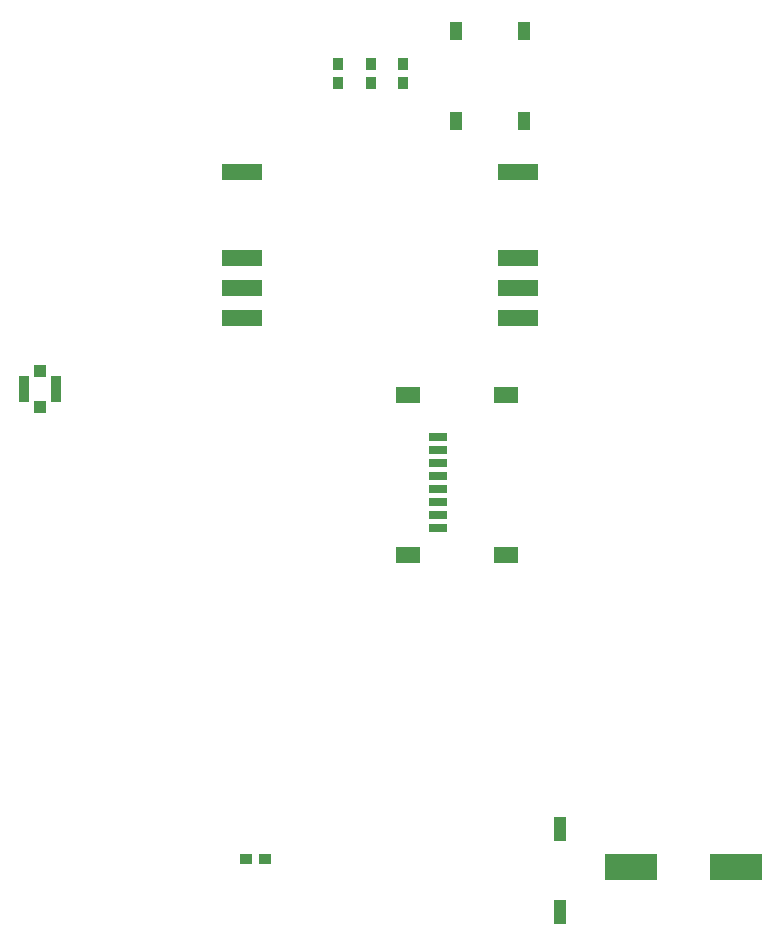
<source format=gbp>
G04 Layer_Color=128*
%FSTAX24Y24*%
%MOIN*%
G70*
G01*
G75*
%ADD10R,0.0374X0.0394*%
%ADD12R,0.0394X0.0374*%
%ADD70R,0.0400X0.0787*%
%ADD71R,0.1732X0.0866*%
%ADD72R,0.0394X0.0591*%
%ADD73R,0.1378X0.0551*%
%ADD74R,0.0787X0.0571*%
%ADD75R,0.0591X0.0315*%
%ADD76R,0.0394X0.0413*%
%ADD77R,0.0335X0.0866*%
D10*
X258268Y20248D02*
D03*
X258268Y20185D02*
D03*
X260433Y20248D02*
D03*
X260433Y20185D02*
D03*
X25935Y20248D02*
D03*
X25935Y20185D02*
D03*
D12*
X255827Y175984D02*
D03*
X255197Y175984D02*
D03*
D70*
X26565Y176968D02*
D03*
Y174213D02*
D03*
D71*
X271535Y175689D02*
D03*
X268031D02*
D03*
D72*
X264468Y203563D02*
D03*
Y200571D02*
D03*
X262205Y203563D02*
D03*
Y200571D02*
D03*
D73*
X255059Y198878D02*
D03*
X255059Y195996D02*
D03*
Y194996D02*
D03*
X255059Y193996D02*
D03*
X264272D02*
D03*
Y198878D02*
D03*
Y195996D02*
D03*
Y194996D02*
D03*
D74*
X263858Y18611D02*
D03*
Y191449D02*
D03*
X260591D02*
D03*
Y18611D02*
D03*
D75*
X261614Y190039D02*
D03*
Y189606D02*
D03*
Y189173D02*
D03*
Y18874D02*
D03*
Y188307D02*
D03*
Y187874D02*
D03*
Y187441D02*
D03*
Y187008D02*
D03*
D76*
X248327Y192234D02*
D03*
Y191033D02*
D03*
D77*
X248868Y191634D02*
D03*
X247785D02*
D03*
M02*

</source>
